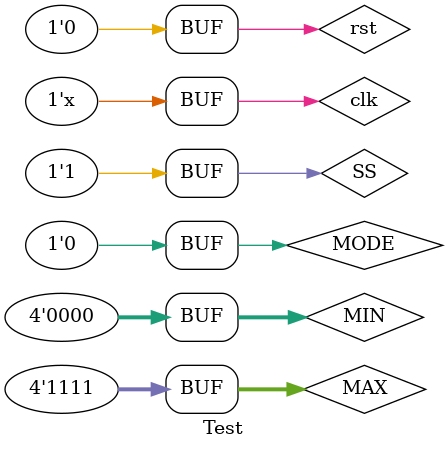
<source format=v>
`timescale 1ns / 1ps


module Test;

	// Inputs
	reg clk;
	reg rst;
	reg SS;
	reg MODE;
	reg [3:0] MIN;
	reg [3:0] MAX;

	// Outputs
	wire [3:0] OUT;

	// Instantiate the Unit Under Test (UUT)
	CNT4b uut (
		.clk(clk), 
		.rst(rst), 
		.SS(SS), 
		.MODE(MODE), 
		.MIN(MIN), 
		.MAX(MAX), 
		.OUT(OUT)
	);

	initial begin
		// Initialize Inputs
		clk = 0;
		rst = 1;
		SS = 1;
		MODE = 1;
		MIN = 0;
		MAX = 15;
		#20 rst = 0;
		#800;
		MODE = 0;

	end
	always begin 
	#10 clk = ~clk;
	end
      
endmodule


</source>
